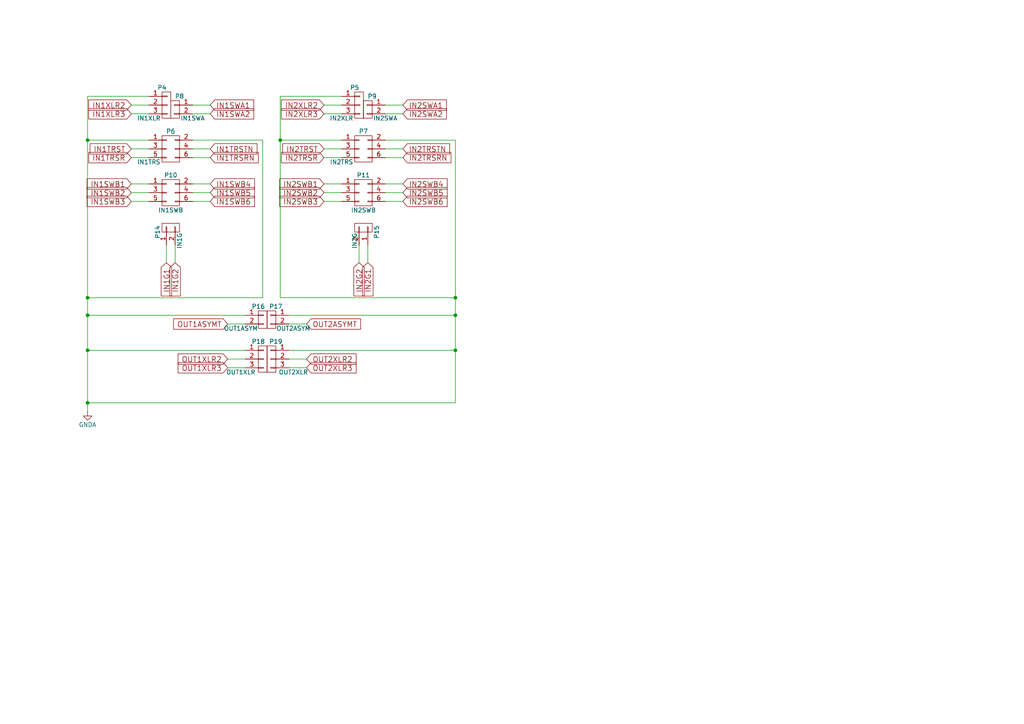
<source format=kicad_sch>
(kicad_sch (version 20211123) (generator eeschema)
  (paper "A4")
  (title_block (title "Pédale Vite v2 — Audio interface") (date "2019-10-28") (company "Laurent DE SORAS"))
  (lib_symbols
    (symbol "conn:CONN_01X02" (pin_names (offset 1.016) hide)
      (property "Reference" "J" (at 0 3.81 0))
      (property "Value" "conn_CONN_01X02" (at 2.54 0 90))
      (symbol "CONN_01X02_0_1"
        (rectangle (start -1.27 -1.143) (end 0.254 -1.397))
        (rectangle (start -1.27 1.397) (end 0.254 1.143))
        (rectangle (start -1.27 2.54) (end 1.27 -2.54))
      )
      (symbol "CONN_01X02_1_1"
        (pin passive line (at -5.08 1.27 0) (length 3.81) (name "P1") (number "1"))
        (pin passive line (at -5.08 -1.27 0) (length 3.81) (name "P2") (number "2"))
      )
    )
    (symbol "conn:CONN_01X03" (pin_names (offset 1.016) hide)
      (property "Reference" "J" (at 0 5.08 0))
      (property "Value" "conn_CONN_01X03" (at 2.54 0 90))
      (symbol "CONN_01X03_0_1"
        (rectangle (start -1.27 -2.413) (end 0.254 -2.667))
        (rectangle (start -1.27 0.127) (end 0.254 -0.127))
        (rectangle (start -1.27 2.667) (end 0.254 2.413))
        (rectangle (start -1.27 3.81) (end 1.27 -3.81))
      )
      (symbol "CONN_01X03_1_1"
        (pin passive line (at -5.08 2.54 0) (length 3.81) (name "P1") (number "1"))
        (pin passive line (at -5.08 0 0) (length 3.81) (name "P2") (number "2"))
        (pin passive line (at -5.08 -2.54 0) (length 3.81) (name "P3") (number "3"))
      )
    )
    (symbol "conn:CONN_02X03" (pin_names (offset 0.0254) hide)
      (property "Reference" "J" (at 0 5.08 0))
      (property "Value" "conn_CONN_02X03" (at 0 -5.08 0))
      (symbol "CONN_02X03_0_1"
        (rectangle (start -2.54 -2.413) (end -1.27 -2.667))
        (rectangle (start -2.54 0.127) (end -1.27 -0.127))
        (rectangle (start -2.54 2.667) (end -1.27 2.413))
        (rectangle (start -2.54 3.81) (end 2.54 -3.81))
        (rectangle (start 1.27 -2.413) (end 2.54 -2.667))
        (rectangle (start 1.27 0.127) (end 2.54 -0.127))
        (rectangle (start 1.27 2.667) (end 2.54 2.413))
      )
      (symbol "CONN_02X03_1_1"
        (pin passive line (at -6.35 2.54 0) (length 3.81) (name "P1") (number "1"))
        (pin passive line (at 6.35 2.54 180) (length 3.81) (name "P2") (number "2"))
        (pin passive line (at -6.35 0 0) (length 3.81) (name "P3") (number "3"))
        (pin passive line (at 6.35 0 180) (length 3.81) (name "P4") (number "4"))
        (pin passive line (at -6.35 -2.54 0) (length 3.81) (name "P5") (number "5"))
        (pin passive line (at 6.35 -2.54 180) (length 3.81) (name "P6") (number "6"))
      )
    )
    (symbol "power:GNDA" (power) (pin_names (offset 0))
      (property "Value" "GNDA" (at 0 -3.81 0))
      (symbol "GNDA_0_1"
        (polyline (pts (xy 0 0) (xy 0 -1.27) (xy 1.27 -1.27) (xy 0 -2.54) (xy -1.27 -1.27) (xy 0 -1.27)))
      )
      (symbol "GNDA_1_1"
        (pin power_in line (at 0 0 270) (length 0) hide (name "GNDA") (number "1"))
      )
    )
  )
  (junction (at 25.4 86.36))
  (junction (at 25.4 101.6))
  (junction (at 132.08 101.6))
  (junction (at 25.4 116.84))
  (junction (at 25.4 91.44))
  (junction (at 81.28 40.64))
  (junction (at 132.08 86.36))
  (junction (at 132.08 91.44))
  (junction (at 25.4 40.64))
  (wire (pts (xy 60.96 43.18) (xy 55.88 43.18)))
  (wire (pts (xy 38.1 53.34) (xy 43.18 53.34)))
  (wire (pts (xy 116.84 33.02) (xy 111.76 33.02)))
  (wire (pts (xy 50.8 71.12) (xy 50.8 76.2)))
  (wire (pts (xy 132.08 40.64) (xy 111.76 40.64)))
  (wire (pts (xy 55.88 45.72) (xy 60.96 45.72)))
  (wire (pts (xy 25.4 91.44) (xy 71.12 91.44)))
  (wire (pts (xy 132.08 116.84) (xy 25.4 116.84)))
  (wire (pts (xy 106.68 76.2) (xy 106.68 71.12)))
  (wire (pts (xy 43.18 45.72) (xy 38.1 45.72)))
  (wire (pts (xy 66.04 104.14) (xy 71.12 104.14)))
  (wire (pts (xy 81.28 40.64) (xy 81.28 86.36)))
  (wire (pts (xy 99.06 27.94) (xy 81.28 27.94)))
  (wire (pts (xy 25.4 27.94) (xy 25.4 40.64)))
  (wire (pts (xy 132.08 40.64) (xy 132.08 86.36)))
  (wire (pts (xy 88.9 106.68) (xy 83.82 106.68)))
  (wire (pts (xy 76.2 86.36) (xy 76.2 40.64)))
  (wire (pts (xy 25.4 86.36) (xy 76.2 86.36)))
  (wire (pts (xy 25.4 91.44) (xy 25.4 101.6)))
  (wire (pts (xy 66.04 93.98) (xy 71.12 93.98)))
  (wire (pts (xy 60.96 58.42) (xy 55.88 58.42)))
  (wire (pts (xy 81.28 27.94) (xy 81.28 40.64)))
  (wire (pts (xy 93.98 30.48) (xy 99.06 30.48)))
  (wire (pts (xy 111.76 53.34) (xy 116.84 53.34)))
  (wire (pts (xy 83.82 93.98) (xy 88.9 93.98)))
  (wire (pts (xy 25.4 101.6) (xy 71.12 101.6)))
  (wire (pts (xy 132.08 101.6) (xy 83.82 101.6)))
  (wire (pts (xy 76.2 40.64) (xy 55.88 40.64)))
  (wire (pts (xy 99.06 33.02) (xy 93.98 33.02)))
  (wire (pts (xy 38.1 43.18) (xy 43.18 43.18)))
  (wire (pts (xy 25.4 27.94) (xy 43.18 27.94)))
  (wire (pts (xy 83.82 104.14) (xy 88.9 104.14)))
  (wire (pts (xy 93.98 55.88) (xy 99.06 55.88)))
  (wire (pts (xy 111.76 30.48) (xy 116.84 30.48)))
  (wire (pts (xy 93.98 45.72) (xy 99.06 45.72)))
  (wire (pts (xy 132.08 91.44) (xy 83.82 91.44)))
  (wire (pts (xy 38.1 58.42) (xy 43.18 58.42)))
  (wire (pts (xy 60.96 53.34) (xy 55.88 53.34)))
  (wire (pts (xy 55.88 55.88) (xy 60.96 55.88)))
  (wire (pts (xy 116.84 55.88) (xy 111.76 55.88)))
  (wire (pts (xy 48.26 76.2) (xy 48.26 71.12)))
  (wire (pts (xy 38.1 33.02) (xy 43.18 33.02)))
  (wire (pts (xy 116.84 43.18) (xy 111.76 43.18)))
  (wire (pts (xy 81.28 86.36) (xy 132.08 86.36)))
  (wire (pts (xy 132.08 101.6) (xy 132.08 116.84)))
  (wire (pts (xy 132.08 86.36) (xy 132.08 91.44)))
  (wire (pts (xy 99.06 53.34) (xy 93.98 53.34)))
  (wire (pts (xy 99.06 58.42) (xy 93.98 58.42)))
  (wire (pts (xy 25.4 116.84) (xy 25.4 119.38)))
  (wire (pts (xy 43.18 55.88) (xy 38.1 55.88)))
  (wire (pts (xy 132.08 91.44) (xy 132.08 101.6)))
  (wire (pts (xy 111.76 45.72) (xy 116.84 45.72)))
  (wire (pts (xy 60.96 30.48) (xy 55.88 30.48)))
  (wire (pts (xy 71.12 106.68) (xy 66.04 106.68)))
  (wire (pts (xy 43.18 30.48) (xy 38.1 30.48)))
  (wire (pts (xy 81.28 40.64) (xy 99.06 40.64)))
  (wire (pts (xy 25.4 86.36) (xy 25.4 91.44)))
  (wire (pts (xy 111.76 58.42) (xy 116.84 58.42)))
  (wire (pts (xy 55.88 33.02) (xy 60.96 33.02)))
  (wire (pts (xy 25.4 40.64) (xy 25.4 86.36)))
  (wire (pts (xy 25.4 101.6) (xy 25.4 116.84)))
  (wire (pts (xy 25.4 40.64) (xy 43.18 40.64)))
  (wire (pts (xy 104.14 71.12) (xy 104.14 76.2)))
  (wire (pts (xy 99.06 43.18) (xy 93.98 43.18)))
  (global_label "IN2SWB5" (shape input) (at 116.84 55.88 0) (effects (font (size 1.524 1.524))) (property "Intersheet References" "${INTERSHEET_REFS}" (effects hide)))
  (global_label "IN1SWA1" (shape input) (at 60.96 30.48 0) (effects (font (size 1.524 1.524))) (property "Intersheet References" "${INTERSHEET_REFS}" (effects hide)))
  (global_label "IN2SWB3" (shape input) (at 93.98 58.42 180) (effects (font (size 1.524 1.524))) (property "Intersheet References" "${INTERSHEET_REFS}" (effects hide)))
  (global_label "IN1TRSR" (shape input) (at 38.1 45.72 180) (effects (font (size 1.524 1.524))) (property "Intersheet References" "${INTERSHEET_REFS}" (effects hide)))
  (global_label "IN1SWB3" (shape input) (at 38.1 58.42 180) (effects (font (size 1.524 1.524))) (property "Intersheet References" "${INTERSHEET_REFS}" (effects hide)))
  (global_label "IN2SWB6" (shape input) (at 116.84 58.42 0) (effects (font (size 1.524 1.524))) (property "Intersheet References" "${INTERSHEET_REFS}" (effects hide)))
  (global_label "IN2SWB1" (shape input) (at 93.98 53.34 180) (effects (font (size 1.524 1.524))) (property "Intersheet References" "${INTERSHEET_REFS}" (effects hide)))
  (global_label "IN2XLR2" (shape input) (at 93.98 30.48 180) (effects (font (size 1.524 1.524))) (property "Intersheet References" "${INTERSHEET_REFS}" (effects hide)))
  (global_label "IN1SWB2" (shape input) (at 38.1 55.88 180) (effects (font (size 1.524 1.524))) (property "Intersheet References" "${INTERSHEET_REFS}" (effects hide)))
  (global_label "IN2TRSR" (shape input) (at 93.98 45.72 180) (effects (font (size 1.524 1.524))) (property "Intersheet References" "${INTERSHEET_REFS}" (effects hide)))
  (global_label "IN2TRSTN" (shape input) (at 116.84 43.18 0) (effects (font (size 1.524 1.524))) (property "Intersheet References" "${INTERSHEET_REFS}" (effects hide)))
  (global_label "IN2TRSRN" (shape input) (at 116.84 45.72 0) (effects (font (size 1.524 1.524))) (property "Intersheet References" "${INTERSHEET_REFS}" (effects hide)))
  (global_label "IN2TRST" (shape input) (at 93.98 43.18 180) (effects (font (size 1.524 1.524))) (property "Intersheet References" "${INTERSHEET_REFS}" (effects hide)))
  (global_label "IN1SWB4" (shape input) (at 60.96 53.34 0) (effects (font (size 1.524 1.524))) (property "Intersheet References" "${INTERSHEET_REFS}" (effects hide)))
  (global_label "OUT1ASYMT" (shape input) (at 66.04 93.98 180) (effects (font (size 1.524 1.524))) (property "Intersheet References" "${INTERSHEET_REFS}" (effects hide)))
  (global_label "IN1SWB6" (shape input) (at 60.96 58.42 0) (effects (font (size 1.524 1.524))) (property "Intersheet References" "${INTERSHEET_REFS}" (effects hide)))
  (global_label "IN1XLR2" (shape input) (at 38.1 30.48 180) (effects (font (size 1.524 1.524))) (property "Intersheet References" "${INTERSHEET_REFS}" (effects hide)))
  (global_label "IN1SWB1" (shape input) (at 38.1 53.34 180) (effects (font (size 1.524 1.524))) (property "Intersheet References" "${INTERSHEET_REFS}" (effects hide)))
  (global_label "IN1SWA2" (shape input) (at 60.96 33.02 0) (effects (font (size 1.524 1.524))) (property "Intersheet References" "${INTERSHEET_REFS}" (effects hide)))
  (global_label "IN2G1" (shape input) (at 106.68 76.2 270) (effects (font (size 1.524 1.524))) (property "Intersheet References" "${INTERSHEET_REFS}" (effects hide)))
  (global_label "OUT2ASYMT" (shape input) (at 88.9 93.98 0) (effects (font (size 1.524 1.524))) (property "Intersheet References" "${INTERSHEET_REFS}" (effects hide)))
  (global_label "IN2SWB2" (shape input) (at 93.98 55.88 180) (effects (font (size 1.524 1.524))) (property "Intersheet References" "${INTERSHEET_REFS}" (effects hide)))
  (global_label "OUT2XLR2" (shape input) (at 88.9 104.14 0) (effects (font (size 1.524 1.524))) (property "Intersheet References" "${INTERSHEET_REFS}" (effects hide)))
  (global_label "IN1G2" (shape input) (at 50.8 76.2 270) (effects (font (size 1.524 1.524))) (property "Intersheet References" "${INTERSHEET_REFS}" (effects hide)))
  (global_label "IN2G2" (shape input) (at 104.14 76.2 270) (effects (font (size 1.524 1.524))) (property "Intersheet References" "${INTERSHEET_REFS}" (effects hide)))
  (global_label "IN2SWA2" (shape input) (at 116.84 33.02 0) (effects (font (size 1.524 1.524))) (property "Intersheet References" "${INTERSHEET_REFS}" (effects hide)))
  (global_label "IN1TRST" (shape input) (at 38.1 43.18 180) (effects (font (size 1.524 1.524))) (property "Intersheet References" "${INTERSHEET_REFS}" (effects hide)))
  (global_label "IN1G1" (shape input) (at 48.26 76.2 270) (effects (font (size 1.524 1.524))) (property "Intersheet References" "${INTERSHEET_REFS}" (effects hide)))
  (global_label "IN2SWB4" (shape input) (at 116.84 53.34 0) (effects (font (size 1.524 1.524))) (property "Intersheet References" "${INTERSHEET_REFS}" (effects hide)))
  (global_label "OUT1XLR3" (shape input) (at 66.04 106.68 180) (effects (font (size 1.524 1.524))) (property "Intersheet References" "${INTERSHEET_REFS}" (effects hide)))
  (global_label "OUT1XLR2" (shape input) (at 66.04 104.14 180) (effects (font (size 1.524 1.524))) (property "Intersheet References" "${INTERSHEET_REFS}" (effects hide)))
  (global_label "IN1TRSTN" (shape input) (at 60.96 43.18 0) (effects (font (size 1.524 1.524))) (property "Intersheet References" "${INTERSHEET_REFS}" (effects hide)))
  (global_label "OUT2XLR3" (shape input) (at 88.9 106.68 0) (effects (font (size 1.524 1.524))) (property "Intersheet References" "${INTERSHEET_REFS}" (effects hide)))
  (global_label "IN2XLR3" (shape input) (at 93.98 33.02 180) (effects (font (size 1.524 1.524))) (property "Intersheet References" "${INTERSHEET_REFS}" (effects hide)))
  (global_label "IN1SWB5" (shape input) (at 60.96 55.88 0) (effects (font (size 1.524 1.524))) (property "Intersheet References" "${INTERSHEET_REFS}" (effects hide)))
  (global_label "IN1TRSRN" (shape input) (at 60.96 45.72 0) (effects (font (size 1.524 1.524))) (property "Intersheet References" "${INTERSHEET_REFS}" (effects hide)))
  (global_label "IN1XLR3" (shape input) (at 38.1 33.02 180) (effects (font (size 1.524 1.524))) (property "Intersheet References" "${INTERSHEET_REFS}" (effects hide)))
  (global_label "IN2SWA1" (shape input) (at 116.84 30.48 0) (effects (font (size 1.524 1.524))) (property "Intersheet References" "${INTERSHEET_REFS}" (effects hide)))
  (symbol (lib_id "conn:CONN_01X03") (at 48.26 30.48 0) (unit 1)
    (property "Reference" "P4" (at 46.99 25.4 0))
    (property "Value" "IN1XLR" (at 43.18 34.29 0))
    (property "Footprint" "Pin_Headers:Pin_Header_Straight_1x03_Pitch2.54mm" (effects hide))
  )
  (symbol (lib_id "conn:CONN_01X03") (at 104.14 30.48 0) (unit 1)
    (property "Reference" "P5" (at 102.87 25.4 0))
    (property "Value" "IN2XLR" (at 99.06 34.29 0))
    (property "Footprint" "Pin_Headers:Pin_Header_Straight_1x03_Pitch2.54mm" (effects hide))
  )
  (symbol (lib_id "conn:CONN_01X03") (at 76.2 104.14 0) (unit 1)
    (property "Reference" "P18" (at 74.93 99.06 0))
    (property "Value" "OUT1XLR" (at 69.85 107.95 0))
    (property "Footprint" "Pin_Headers:Pin_Header_Straight_1x03_Pitch2.54mm" (effects hide))
  )
  (symbol (lib_id "conn:CONN_01X03") (at 78.74 104.14 0) (mirror y) (unit 1)
    (property "Reference" "P19" (at 80.01 99.06 0))
    (property "Value" "OUT2XLR" (at 85.09 107.95 0))
    (property "Footprint" "Pin_Headers:Pin_Header_Straight_1x03_Pitch2.54mm" (effects hide))
  )
  (symbol (lib_id "conn:CONN_02X03") (at 49.53 43.18 0) (unit 1)
    (property "Reference" "P6" (at 49.53 38.1 0))
    (property "Value" "IN1TRS" (at 43.18 46.99 0))
    (property "Footprint" "Pin_Headers:Pin_Header_Straight_2x03_Pitch2.54mm" (effects hide))
  )
  (symbol (lib_id "conn:CONN_02X03") (at 105.41 43.18 0) (unit 1)
    (property "Reference" "P7" (at 105.41 38.1 0))
    (property "Value" "IN2TRS" (at 99.06 46.99 0))
    (property "Footprint" "Pin_Headers:Pin_Header_Straight_2x03_Pitch2.54mm" (effects hide))
  )
  (symbol (lib_id "conn:CONN_01X02") (at 50.8 31.75 0) (mirror y) (unit 1)
    (property "Reference" "P8" (at 52.07 27.94 0))
    (property "Value" "IN1SWA" (at 55.88 34.29 0))
    (property "Footprint" "Pin_Headers:Pin_Header_Straight_1x02_Pitch2.54mm" (effects hide))
  )
  (symbol (lib_id "conn:CONN_01X02") (at 106.68 31.75 0) (mirror y) (unit 1)
    (property "Reference" "P9" (at 107.95 27.94 0))
    (property "Value" "IN2SWA" (at 111.76 34.29 0))
    (property "Footprint" "Pin_Headers:Pin_Header_Straight_1x02_Pitch2.54mm" (effects hide))
  )
  (symbol (lib_id "conn:CONN_01X02") (at 49.53 66.04 90) (unit 1)
    (property "Reference" "P14" (at 45.72 67.31 0))
    (property "Value" "IN1G" (at 52.07 69.85 0))
    (property "Footprint" "Pin_Headers:Pin_Header_Straight_1x02_Pitch2.54mm" (effects hide))
  )
  (symbol (lib_id "conn:CONN_01X02") (at 105.41 66.04 270) (mirror x) (unit 1)
    (property "Reference" "P15" (at 109.22 67.31 0))
    (property "Value" "IN2G" (at 102.87 69.85 0))
    (property "Footprint" "Pin_Headers:Pin_Header_Straight_1x02_Pitch2.54mm" (effects hide))
  )
  (symbol (lib_id "conn:CONN_01X02") (at 76.2 92.71 0) (unit 1)
    (property "Reference" "P16" (at 74.93 88.9 0))
    (property "Value" "OUT1ASYM" (at 69.85 95.25 0))
    (property "Footprint" "Pin_Headers:Pin_Header_Straight_1x02_Pitch2.54mm" (effects hide))
  )
  (symbol (lib_id "conn:CONN_01X02") (at 78.74 92.71 0) (mirror y) (unit 1)
    (property "Reference" "P17" (at 80.01 88.9 0))
    (property "Value" "OUT2ASYM" (at 85.09 95.25 0))
    (property "Footprint" "Pin_Headers:Pin_Header_Straight_1x02_Pitch2.54mm" (effects hide))
  )
  (symbol (lib_id "power:GNDA") (at 25.4 119.38 0) (unit 1)
    (property "Reference" "#PWR01" (effects hide))
    (property "Value" "GNDA" (at 25.4 123.19 0))
  )
  (symbol (lib_id "conn:CONN_02X03") (at 49.53 55.88 0) (unit 1)
    (property "Reference" "P10" (at 49.53 50.8 0))
    (property "Value" "IN1SWB" (at 49.53 60.96 0))
    (property "Footprint" "Pin_Headers:Pin_Header_Straight_2x03_Pitch2.54mm" (effects hide))
  )
  (symbol (lib_id "conn:CONN_02X03") (at 105.41 55.88 0) (unit 1)
    (property "Reference" "P11" (at 105.41 50.8 0))
    (property "Value" "IN2SWB" (at 105.41 60.96 0))
    (property "Footprint" "Pin_Headers:Pin_Header_Straight_2x03_Pitch2.54mm" (effects hide))
  )
)
</source>
